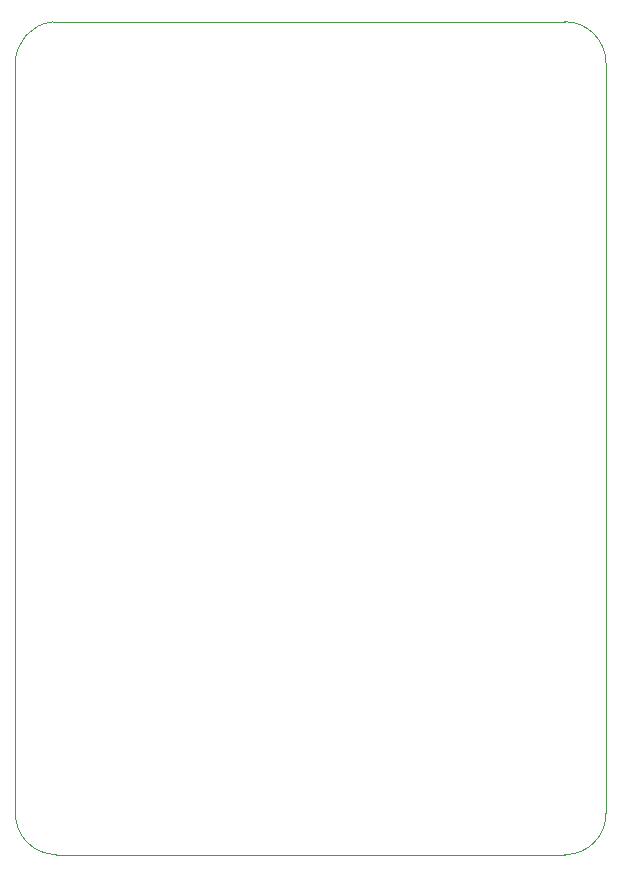
<source format=gbr>
G04 #@! TF.GenerationSoftware,KiCad,Pcbnew,(5.99.0-9568-gb9d26a55f2)*
G04 #@! TF.CreationDate,2021-03-17T08:28:42+01:00*
G04 #@! TF.ProjectId,rpi_cm4_drone_carrier_v01,7270695f-636d-4345-9f64-726f6e655f63,v01*
G04 #@! TF.SameCoordinates,Original*
G04 #@! TF.FileFunction,Profile,NP*
%FSLAX46Y46*%
G04 Gerber Fmt 4.6, Leading zero omitted, Abs format (unit mm)*
G04 Created by KiCad (PCBNEW (5.99.0-9568-gb9d26a55f2)) date 2021-03-17 08:28:42*
%MOMM*%
%LPD*%
G01*
G04 APERTURE LIST*
G04 #@! TA.AperFunction,Profile*
%ADD10C,0.100000*%
G04 #@! TD*
G04 APERTURE END LIST*
D10*
X172000000Y-145500000D02*
X172000000Y-81974874D01*
X122000000Y-82000000D02*
G75*
G02*
X125174874Y-78500000I3488929J25143D01*
G01*
X122000000Y-82000000D02*
X122000000Y-145500000D01*
X125466006Y-148999999D02*
X168527127Y-149000000D01*
X168498511Y-78479328D02*
X125174874Y-78500000D01*
X171999999Y-145500000D02*
G75*
G02*
X168527127Y-149000000I-3448035J-51667D01*
G01*
X168498511Y-78479327D02*
G75*
G02*
X172000000Y-81974874I11J-3501483D01*
G01*
X125466006Y-148999998D02*
G75*
G02*
X122000000Y-145500000I0J3466171D01*
G01*
M02*

</source>
